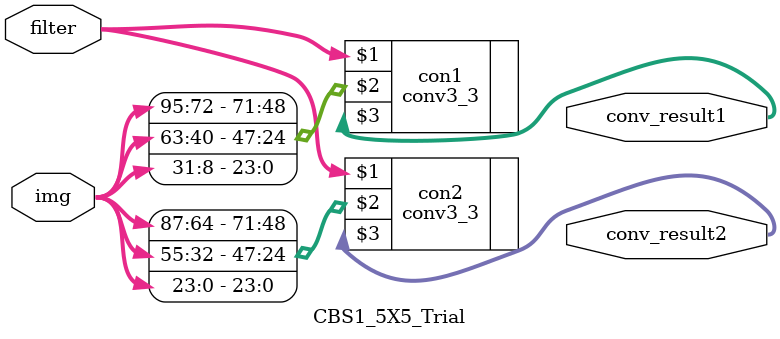
<source format=v>
`timescale 1ns / 1ps


module CBS1_5X5_Trial(
    input [95:0]img,
    input [71:0]filter,
    output [15:0]conv_result1,conv_result2
    );
    conv3_3 con1(filter[71:0], {img[95:72],img[63:40],img[31:8]}, conv_result1);
    conv3_3 con2(filter[71:0], {img[87:64],img[55:32],img[23:0]}, conv_result2);
endmodule
//000000010000000100000001000000010000000100000001000000010000000100000001
</source>
